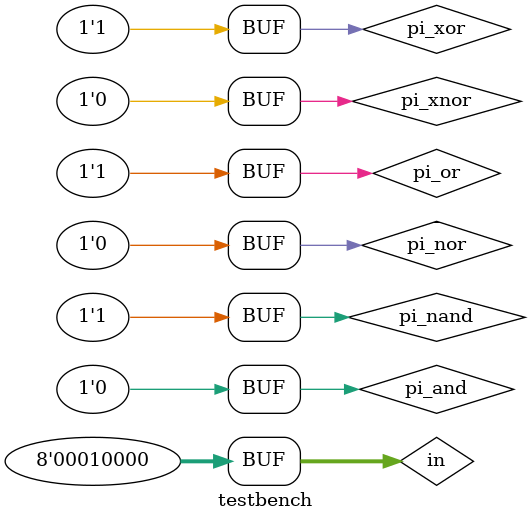
<source format=v>
module testbench;
    reg [7:0] in;

	wire pi_and,i_and;
	wire pi_or,i_or;
	wire pi_xor,i_xor;
	wire pi_nand,i_nand;
	wire pi_nor,i_nor;
	wire pi_xnor,i_xnor;

    initial begin
        // $dumpfile("testbench.vcd");
        // $dumpvars(0, testbench);

        #5 in = 0;
        repeat (10000) begin
            #5 in = in + 1;
        end

        $display("OKAY");
    end

    top uut (
	.x(in),
	.o_and(i_and),
	.o_or(i_or),
	.o_xor(i_xor),
	.o_nand(i_nand),
	.o_nor(i_nor),
	.o_xnor(i_xnor)
	);

	assign pi_and =  &in;
	assign pi_or =  |in;
	assign pi_xor =  ^in;
	assign pi_nand =  ~&in;
	assign pi_nor =  ~|in;
	assign pi_xnor =  ~^in;


	assert_comb and_test(.A(pi_and), .B(i_and));
	assert_comb or_test(.A(pi_or), .B(i_or));
	assert_comb xor_test(.A(pi_xor), .B(i_xor));
	assert_comb nand_test(.A(pi_nand), .B(i_nand));
	assert_comb nor_test(.A(pi_nor), .B(i_nor));
	assert_comb xnor_test(.A(pi_xnor), .B(i_xnor));

endmodule

</source>
